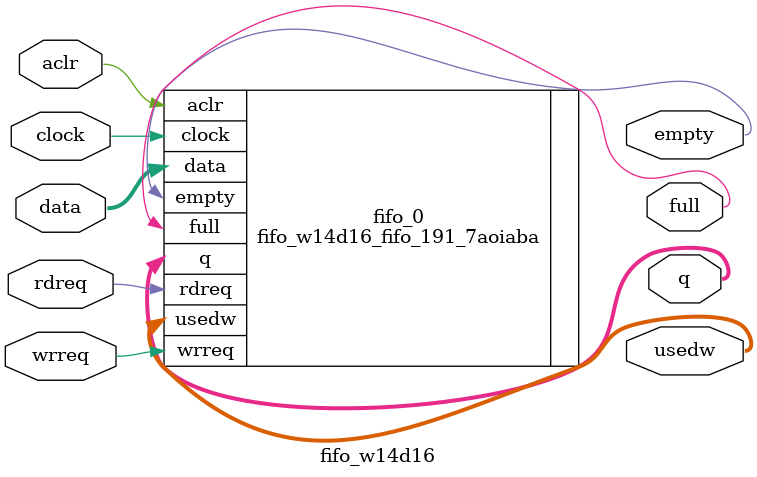
<source format=v>


`timescale 1 ps / 1 ps
module fifo_w14d16 (
		input  wire [13:0] data,  //  fifo_input.datain
		input  wire        wrreq, //            .wrreq
		input  wire        rdreq, //            .rdreq
		input  wire        clock, //            .clk
		input  wire        aclr,  //            .aclr
		output wire [13:0] q,     // fifo_output.dataout
		output wire [3:0]  usedw, //            .usedw
		output wire        full,  //            .full
		output wire        empty  //            .empty
	);

	fifo_w14d16_fifo_191_7aoiaba fifo_0 (
		.data  (data),  //  fifo_input.datain
		.wrreq (wrreq), //            .wrreq
		.rdreq (rdreq), //            .rdreq
		.clock (clock), //            .clk
		.aclr  (aclr),  //            .aclr
		.q     (q),     // fifo_output.dataout
		.usedw (usedw), //            .usedw
		.full  (full),  //            .full
		.empty (empty)  //            .empty
	);

endmodule

</source>
